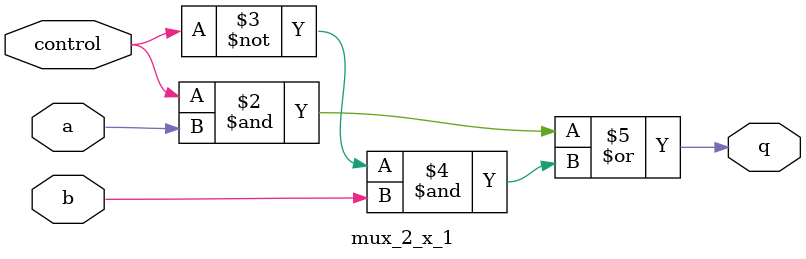
<source format=v>
`timescale 1ns / 1ps


module mux_2_x_1(
    output reg q,
    input control,
    input a,
    input b
    );
    
    always @(control or a or b)
        q = (control & a) | ((~control) & b);
        
    
endmodule

</source>
